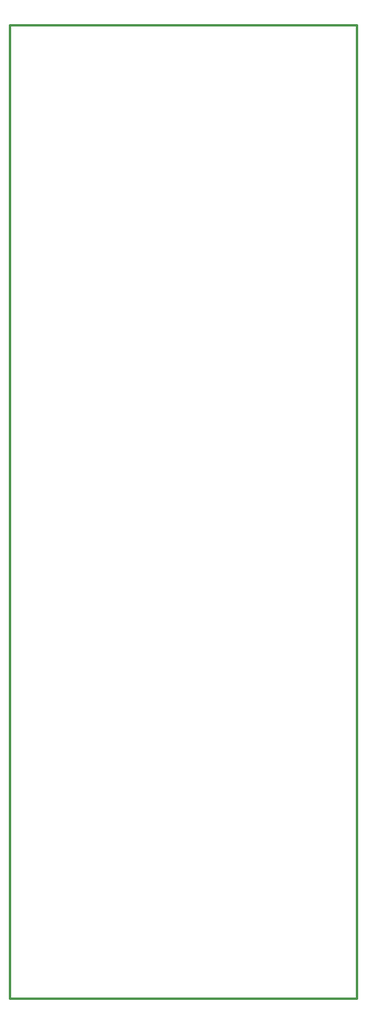
<source format=gbr>
G04 (created by PCBNEW (2013-mar-13)-testing) date Tue 12 Nov 2013 05:22:57 PM PST*
%MOIN*%
G04 Gerber Fmt 3.4, Leading zero omitted, Abs format*
%FSLAX34Y34*%
G01*
G70*
G90*
G04 APERTURE LIST*
%ADD10C,0.005906*%
%ADD11C,0.011811*%
G04 APERTURE END LIST*
G54D10*
G54D11*
X17716Y-72834D02*
X37401Y-72834D01*
X17716Y-17716D02*
X17716Y-72834D01*
X37401Y-17716D02*
X37401Y-72834D01*
X17716Y-17716D02*
X37401Y-17716D01*
M02*

</source>
